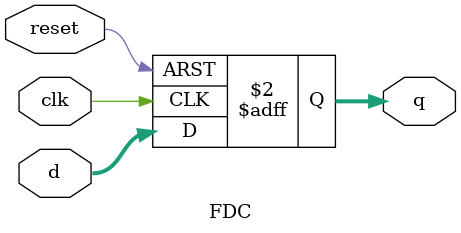
<source format=sv>
module FDC
	#(parameter N = 4) 
	(input logic clk,
	 input logic reset,
	 input logic [N-1:0] d,
	 output logic [N-1:0] q);
	
	// asynchronous
	always_ff @(posedge clk, posedge reset)
		if (reset) q <= 0;
		else q <= d;
endmodule
</source>
